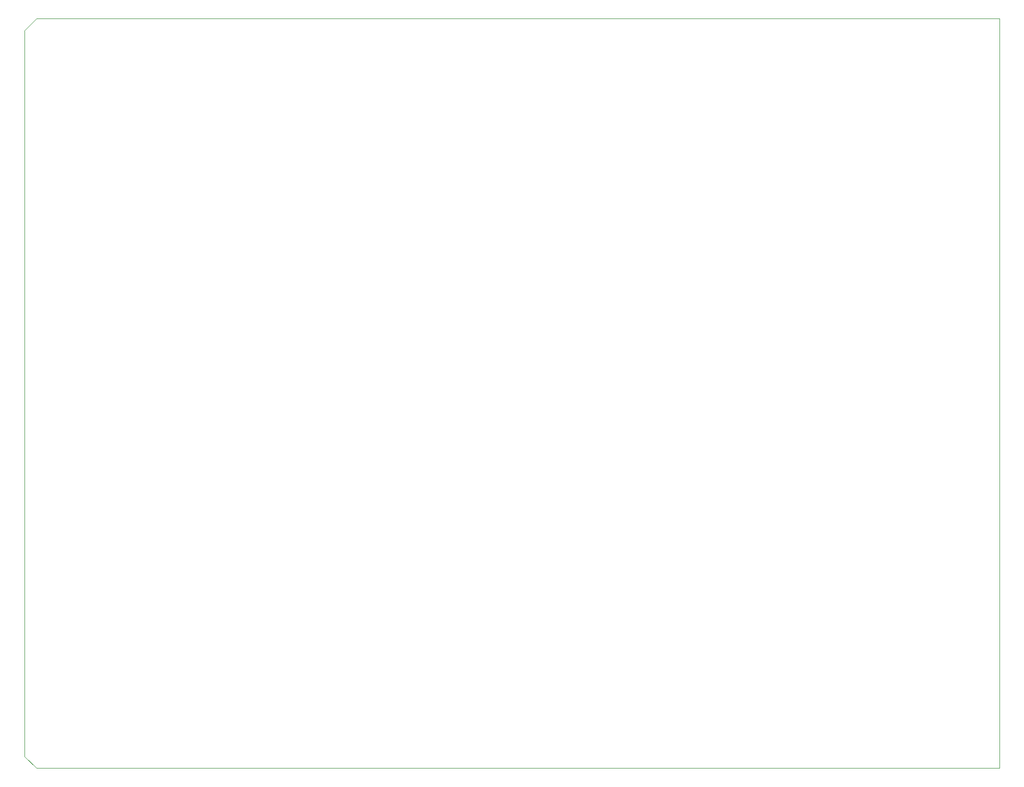
<source format=gbr>
%TF.GenerationSoftware,KiCad,Pcbnew,(6.0.10)*%
%TF.CreationDate,2023-04-23T08:01:19-06:00*%
%TF.ProjectId,AS15,41533135-2e6b-4696-9361-645f70636258,rev?*%
%TF.SameCoordinates,Original*%
%TF.FileFunction,Profile,NP*%
%FSLAX46Y46*%
G04 Gerber Fmt 4.6, Leading zero omitted, Abs format (unit mm)*
G04 Created by KiCad (PCBNEW (6.0.10)) date 2023-04-23 08:01:19*
%MOMM*%
%LPD*%
G01*
G04 APERTURE LIST*
%TA.AperFunction,Profile*%
%ADD10C,0.050000*%
%TD*%
G04 APERTURE END LIST*
D10*
X22000000Y-20000000D02*
X185000000Y-20000000D01*
X185000000Y-147000000D02*
X22000000Y-147000000D01*
X20000000Y-145000000D02*
X22000000Y-147000000D01*
X20000000Y-22000000D02*
X22000000Y-20000000D01*
X185000000Y-20000000D02*
X185000000Y-147000000D01*
X20000000Y-145000000D02*
X20000000Y-22000000D01*
M02*

</source>
